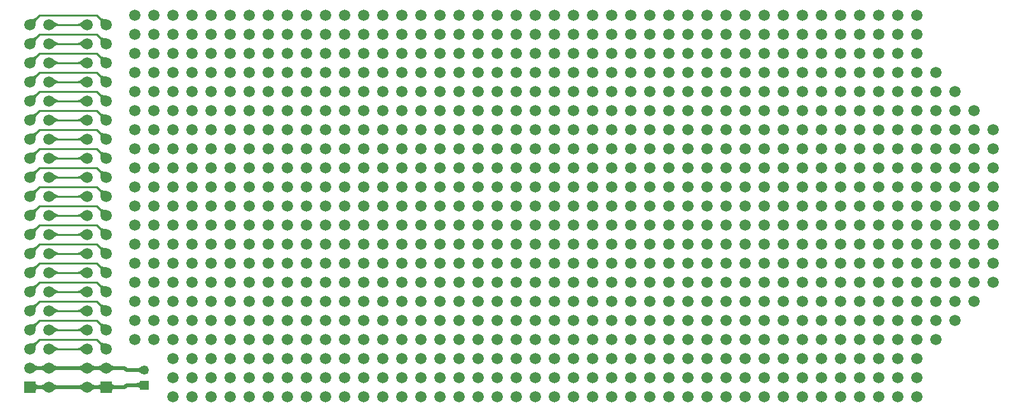
<source format=gtl>
G04*
G04 #@! TF.GenerationSoftware,Altium Limited,Altium Designer,21.9.1 (22)*
G04*
G04 Layer_Physical_Order=1*
G04 Layer_Color=255*
%FSLAX25Y25*%
%MOIN*%
G70*
G04*
G04 #@! TF.SameCoordinates,86BB2744-E3F5-4ECB-9631-A9D74316A694*
G04*
G04*
G04 #@! TF.FilePolarity,Positive*
G04*
G01*
G75*
%ADD12C,0.01000*%
%ADD20C,0.02000*%
%ADD21C,0.05906*%
%ADD22R,0.05906X0.05906*%
%ADD23C,0.04921*%
%ADD24R,0.04921X0.04921*%
G36*
X147204Y203525D02*
X147395Y203401D01*
X147615Y203292D01*
X147863Y203198D01*
X148142Y203119D01*
X148449Y203056D01*
X148785Y203007D01*
X149546Y202956D01*
X149970Y202953D01*
X147047Y200029D01*
X147044Y200454D01*
X146993Y201215D01*
X146944Y201551D01*
X146880Y201858D01*
X146802Y202136D01*
X146708Y202385D01*
X146599Y202605D01*
X146475Y202796D01*
X146336Y202957D01*
X147043Y203664D01*
X147204Y203525D01*
D02*
G37*
G36*
X113664Y202957D02*
X113525Y202796D01*
X113401Y202605D01*
X113292Y202385D01*
X113198Y202136D01*
X113119Y201858D01*
X113056Y201551D01*
X113007Y201215D01*
X112956Y200454D01*
X112953Y200029D01*
X110029Y202953D01*
X110454Y202956D01*
X111214Y203007D01*
X111551Y203056D01*
X111858Y203119D01*
X112136Y203198D01*
X112385Y203292D01*
X112605Y203401D01*
X112796Y203525D01*
X112957Y203664D01*
X113664Y202957D01*
D02*
G37*
G36*
X137891Y197933D02*
X137589Y198231D01*
X137015Y198732D01*
X136742Y198936D01*
X136480Y199108D01*
X136228Y199249D01*
X135985Y199359D01*
X135753Y199437D01*
X135531Y199484D01*
X135318Y199500D01*
Y200500D01*
X135531Y200516D01*
X135753Y200563D01*
X135985Y200641D01*
X136228Y200751D01*
X136480Y200892D01*
X136742Y201064D01*
X137015Y201268D01*
X137589Y201769D01*
X137891Y202067D01*
Y197933D01*
D02*
G37*
G36*
X122411Y201769D02*
X122985Y201268D01*
X123258Y201064D01*
X123520Y200892D01*
X123772Y200751D01*
X124015Y200641D01*
X124247Y200563D01*
X124469Y200516D01*
X124682Y200500D01*
Y199500D01*
X124469Y199484D01*
X124247Y199437D01*
X124015Y199359D01*
X123772Y199249D01*
X123520Y199108D01*
X123258Y198936D01*
X122985Y198732D01*
X122411Y198231D01*
X122109Y197933D01*
Y202067D01*
X122411Y201769D01*
D02*
G37*
G36*
X147204Y193525D02*
X147395Y193401D01*
X147615Y193292D01*
X147863Y193198D01*
X148142Y193120D01*
X148449Y193056D01*
X148785Y193007D01*
X149546Y192956D01*
X149970Y192953D01*
X147047Y190030D01*
X147044Y190454D01*
X146993Y191215D01*
X146944Y191551D01*
X146880Y191858D01*
X146802Y192137D01*
X146708Y192385D01*
X146599Y192605D01*
X146475Y192796D01*
X146336Y192957D01*
X147043Y193664D01*
X147204Y193525D01*
D02*
G37*
G36*
X113664Y192957D02*
X113525Y192796D01*
X113401Y192605D01*
X113292Y192385D01*
X113198Y192137D01*
X113119Y191858D01*
X113056Y191551D01*
X113007Y191215D01*
X112956Y190454D01*
X112953Y190030D01*
X110029Y192953D01*
X110454Y192956D01*
X111214Y193007D01*
X111551Y193056D01*
X111858Y193120D01*
X112136Y193198D01*
X112385Y193292D01*
X112605Y193401D01*
X112796Y193525D01*
X112957Y193664D01*
X113664Y192957D01*
D02*
G37*
G36*
X137891Y187933D02*
X137589Y188231D01*
X137015Y188732D01*
X136742Y188936D01*
X136480Y189108D01*
X136228Y189249D01*
X135985Y189359D01*
X135753Y189437D01*
X135531Y189484D01*
X135318Y189500D01*
Y190500D01*
X135531Y190516D01*
X135753Y190563D01*
X135985Y190641D01*
X136228Y190751D01*
X136480Y190892D01*
X136742Y191064D01*
X137015Y191268D01*
X137589Y191769D01*
X137891Y192067D01*
Y187933D01*
D02*
G37*
G36*
X122411Y191769D02*
X122985Y191268D01*
X123258Y191064D01*
X123520Y190892D01*
X123772Y190751D01*
X124015Y190641D01*
X124247Y190563D01*
X124469Y190516D01*
X124682Y190500D01*
Y189500D01*
X124469Y189484D01*
X124247Y189437D01*
X124015Y189359D01*
X123772Y189249D01*
X123520Y189108D01*
X123258Y188936D01*
X122985Y188732D01*
X122411Y188231D01*
X122109Y187933D01*
Y192067D01*
X122411Y191769D01*
D02*
G37*
G36*
X147204Y183525D02*
X147395Y183401D01*
X147615Y183292D01*
X147863Y183198D01*
X148142Y183119D01*
X148449Y183056D01*
X148785Y183007D01*
X149546Y182956D01*
X149970Y182953D01*
X147047Y180029D01*
X147044Y180454D01*
X146993Y181214D01*
X146944Y181551D01*
X146880Y181858D01*
X146802Y182136D01*
X146708Y182386D01*
X146599Y182605D01*
X146475Y182796D01*
X146336Y182957D01*
X147043Y183664D01*
X147204Y183525D01*
D02*
G37*
G36*
X113664Y182957D02*
X113525Y182796D01*
X113401Y182605D01*
X113292Y182386D01*
X113198Y182136D01*
X113119Y181858D01*
X113056Y181551D01*
X113007Y181214D01*
X112956Y180454D01*
X112953Y180029D01*
X110029Y182953D01*
X110454Y182956D01*
X111214Y183007D01*
X111551Y183056D01*
X111858Y183119D01*
X112136Y183198D01*
X112385Y183292D01*
X112605Y183401D01*
X112796Y183525D01*
X112957Y183664D01*
X113664Y182957D01*
D02*
G37*
G36*
X137891Y177933D02*
X137589Y178231D01*
X137015Y178732D01*
X136742Y178936D01*
X136480Y179108D01*
X136228Y179249D01*
X135985Y179359D01*
X135753Y179437D01*
X135531Y179484D01*
X135318Y179500D01*
Y180500D01*
X135531Y180516D01*
X135753Y180563D01*
X135985Y180641D01*
X136228Y180751D01*
X136480Y180892D01*
X136742Y181064D01*
X137015Y181268D01*
X137589Y181769D01*
X137891Y182067D01*
Y177933D01*
D02*
G37*
G36*
X122411Y181769D02*
X122985Y181268D01*
X123258Y181064D01*
X123520Y180892D01*
X123772Y180751D01*
X124015Y180641D01*
X124247Y180563D01*
X124469Y180516D01*
X124682Y180500D01*
Y179500D01*
X124469Y179484D01*
X124247Y179437D01*
X124015Y179359D01*
X123772Y179249D01*
X123520Y179108D01*
X123258Y178936D01*
X122985Y178732D01*
X122411Y178231D01*
X122109Y177933D01*
Y182067D01*
X122411Y181769D01*
D02*
G37*
G36*
X147204Y173525D02*
X147395Y173401D01*
X147615Y173292D01*
X147863Y173198D01*
X148142Y173119D01*
X148449Y173056D01*
X148785Y173007D01*
X149546Y172956D01*
X149970Y172953D01*
X147047Y170029D01*
X147044Y170454D01*
X146993Y171214D01*
X146944Y171551D01*
X146880Y171858D01*
X146802Y172136D01*
X146708Y172386D01*
X146599Y172605D01*
X146475Y172796D01*
X146336Y172957D01*
X147043Y173664D01*
X147204Y173525D01*
D02*
G37*
G36*
X113664Y172957D02*
X113525Y172796D01*
X113401Y172605D01*
X113292Y172386D01*
X113198Y172136D01*
X113119Y171858D01*
X113056Y171551D01*
X113007Y171214D01*
X112956Y170454D01*
X112953Y170029D01*
X110029Y172953D01*
X110454Y172956D01*
X111214Y173007D01*
X111551Y173056D01*
X111858Y173119D01*
X112136Y173198D01*
X112385Y173292D01*
X112605Y173401D01*
X112796Y173525D01*
X112957Y173664D01*
X113664Y172957D01*
D02*
G37*
G36*
X137891Y167933D02*
X137589Y168231D01*
X137015Y168732D01*
X136742Y168936D01*
X136480Y169108D01*
X136228Y169249D01*
X135985Y169359D01*
X135753Y169437D01*
X135531Y169484D01*
X135318Y169500D01*
Y170500D01*
X135531Y170516D01*
X135753Y170563D01*
X135985Y170641D01*
X136228Y170751D01*
X136480Y170892D01*
X136742Y171064D01*
X137015Y171268D01*
X137589Y171769D01*
X137891Y172067D01*
Y167933D01*
D02*
G37*
G36*
X122411Y171769D02*
X122985Y171268D01*
X123258Y171064D01*
X123520Y170892D01*
X123772Y170751D01*
X124015Y170641D01*
X124247Y170563D01*
X124469Y170516D01*
X124682Y170500D01*
Y169500D01*
X124469Y169484D01*
X124247Y169437D01*
X124015Y169359D01*
X123772Y169249D01*
X123520Y169108D01*
X123258Y168936D01*
X122985Y168732D01*
X122411Y168231D01*
X122109Y167933D01*
Y172067D01*
X122411Y171769D01*
D02*
G37*
G36*
X147204Y163525D02*
X147395Y163401D01*
X147615Y163292D01*
X147863Y163198D01*
X148142Y163119D01*
X148449Y163056D01*
X148785Y163007D01*
X149546Y162956D01*
X149970Y162953D01*
X147047Y160029D01*
X147044Y160454D01*
X146993Y161214D01*
X146944Y161551D01*
X146880Y161858D01*
X146802Y162136D01*
X146708Y162385D01*
X146599Y162605D01*
X146475Y162796D01*
X146336Y162957D01*
X147043Y163664D01*
X147204Y163525D01*
D02*
G37*
G36*
X113664Y162957D02*
X113525Y162796D01*
X113401Y162605D01*
X113292Y162385D01*
X113198Y162136D01*
X113119Y161858D01*
X113056Y161551D01*
X113007Y161214D01*
X112956Y160454D01*
X112953Y160029D01*
X110029Y162953D01*
X110454Y162956D01*
X111214Y163007D01*
X111551Y163056D01*
X111858Y163119D01*
X112136Y163198D01*
X112385Y163292D01*
X112605Y163401D01*
X112796Y163525D01*
X112957Y163664D01*
X113664Y162957D01*
D02*
G37*
G36*
X137891Y157933D02*
X137589Y158231D01*
X137015Y158732D01*
X136742Y158936D01*
X136480Y159108D01*
X136228Y159249D01*
X135985Y159359D01*
X135753Y159437D01*
X135531Y159484D01*
X135318Y159500D01*
Y160500D01*
X135531Y160516D01*
X135753Y160563D01*
X135985Y160641D01*
X136228Y160751D01*
X136480Y160892D01*
X136742Y161064D01*
X137015Y161268D01*
X137589Y161769D01*
X137891Y162067D01*
Y157933D01*
D02*
G37*
G36*
X122411Y161769D02*
X122985Y161268D01*
X123258Y161064D01*
X123520Y160892D01*
X123772Y160751D01*
X124015Y160641D01*
X124247Y160563D01*
X124469Y160516D01*
X124682Y160500D01*
Y159500D01*
X124469Y159484D01*
X124247Y159437D01*
X124015Y159359D01*
X123772Y159249D01*
X123520Y159108D01*
X123258Y158936D01*
X122985Y158732D01*
X122411Y158231D01*
X122109Y157933D01*
Y162067D01*
X122411Y161769D01*
D02*
G37*
G36*
X147204Y153525D02*
X147395Y153401D01*
X147615Y153292D01*
X147863Y153198D01*
X148142Y153120D01*
X148449Y153056D01*
X148785Y153007D01*
X149546Y152956D01*
X149970Y152953D01*
X147047Y150030D01*
X147044Y150454D01*
X146993Y151215D01*
X146944Y151551D01*
X146880Y151858D01*
X146802Y152137D01*
X146708Y152385D01*
X146599Y152605D01*
X146475Y152796D01*
X146336Y152957D01*
X147043Y153664D01*
X147204Y153525D01*
D02*
G37*
G36*
X113664Y152957D02*
X113525Y152796D01*
X113401Y152605D01*
X113292Y152385D01*
X113198Y152137D01*
X113119Y151858D01*
X113056Y151551D01*
X113007Y151215D01*
X112956Y150454D01*
X112953Y150030D01*
X110029Y152953D01*
X110454Y152956D01*
X111214Y153007D01*
X111551Y153056D01*
X111858Y153120D01*
X112136Y153198D01*
X112385Y153292D01*
X112605Y153401D01*
X112796Y153525D01*
X112957Y153664D01*
X113664Y152957D01*
D02*
G37*
G36*
X137891Y147933D02*
X137589Y148231D01*
X137015Y148732D01*
X136742Y148936D01*
X136480Y149108D01*
X136228Y149249D01*
X135985Y149359D01*
X135753Y149437D01*
X135531Y149484D01*
X135318Y149500D01*
Y150500D01*
X135531Y150516D01*
X135753Y150563D01*
X135985Y150641D01*
X136228Y150751D01*
X136480Y150892D01*
X136742Y151064D01*
X137015Y151268D01*
X137589Y151769D01*
X137891Y152067D01*
Y147933D01*
D02*
G37*
G36*
X122411Y151769D02*
X122985Y151268D01*
X123258Y151064D01*
X123520Y150892D01*
X123772Y150751D01*
X124015Y150641D01*
X124247Y150563D01*
X124469Y150516D01*
X124682Y150500D01*
Y149500D01*
X124469Y149484D01*
X124247Y149437D01*
X124015Y149359D01*
X123772Y149249D01*
X123520Y149108D01*
X123258Y148936D01*
X122985Y148732D01*
X122411Y148231D01*
X122109Y147933D01*
Y152067D01*
X122411Y151769D01*
D02*
G37*
G36*
X147204Y143525D02*
X147395Y143401D01*
X147615Y143292D01*
X147863Y143198D01*
X148142Y143120D01*
X148449Y143056D01*
X148785Y143007D01*
X149546Y142956D01*
X149970Y142953D01*
X147047Y140030D01*
X147044Y140454D01*
X146993Y141215D01*
X146944Y141551D01*
X146880Y141858D01*
X146802Y142137D01*
X146708Y142385D01*
X146599Y142605D01*
X146475Y142796D01*
X146336Y142957D01*
X147043Y143664D01*
X147204Y143525D01*
D02*
G37*
G36*
X113664Y142957D02*
X113525Y142796D01*
X113401Y142605D01*
X113292Y142385D01*
X113198Y142137D01*
X113119Y141858D01*
X113056Y141551D01*
X113007Y141215D01*
X112956Y140454D01*
X112953Y140030D01*
X110029Y142953D01*
X110454Y142956D01*
X111214Y143007D01*
X111551Y143056D01*
X111858Y143120D01*
X112136Y143198D01*
X112385Y143292D01*
X112605Y143401D01*
X112796Y143525D01*
X112957Y143664D01*
X113664Y142957D01*
D02*
G37*
G36*
X137891Y137933D02*
X137589Y138231D01*
X137015Y138732D01*
X136742Y138936D01*
X136480Y139108D01*
X136228Y139249D01*
X135985Y139359D01*
X135753Y139437D01*
X135531Y139484D01*
X135318Y139500D01*
Y140500D01*
X135531Y140516D01*
X135753Y140563D01*
X135985Y140641D01*
X136228Y140751D01*
X136480Y140892D01*
X136742Y141064D01*
X137015Y141268D01*
X137589Y141769D01*
X137891Y142067D01*
Y137933D01*
D02*
G37*
G36*
X122411Y141769D02*
X122985Y141268D01*
X123258Y141064D01*
X123520Y140892D01*
X123772Y140751D01*
X124015Y140641D01*
X124247Y140563D01*
X124469Y140516D01*
X124682Y140500D01*
Y139500D01*
X124469Y139484D01*
X124247Y139437D01*
X124015Y139359D01*
X123772Y139249D01*
X123520Y139108D01*
X123258Y138936D01*
X122985Y138732D01*
X122411Y138231D01*
X122109Y137933D01*
Y142067D01*
X122411Y141769D01*
D02*
G37*
G36*
X152321Y131864D02*
X152541Y131683D01*
X152768Y131523D01*
X153001Y131384D01*
X153242Y131267D01*
X153489Y131171D01*
X153744Y131096D01*
X154006Y131043D01*
X154274Y131011D01*
X154550Y131000D01*
Y129000D01*
X154274Y128989D01*
X154006Y128957D01*
X153744Y128904D01*
X153489Y128829D01*
X153242Y128733D01*
X153001Y128616D01*
X152768Y128477D01*
X152541Y128317D01*
X152321Y128136D01*
X152109Y127933D01*
Y132067D01*
X152321Y131864D01*
D02*
G37*
G36*
X147891Y127933D02*
X147679Y128136D01*
X147459Y128317D01*
X147232Y128477D01*
X146999Y128616D01*
X146758Y128733D01*
X146511Y128829D01*
X146256Y128904D01*
X145994Y128957D01*
X145726Y128989D01*
X145450Y129000D01*
Y131000D01*
X145726Y131011D01*
X145994Y131043D01*
X146256Y131096D01*
X146511Y131171D01*
X146758Y131267D01*
X146999Y131384D01*
X147232Y131523D01*
X147459Y131683D01*
X147679Y131864D01*
X147891Y132067D01*
Y127933D01*
D02*
G37*
G36*
X142321Y131864D02*
X142541Y131683D01*
X142768Y131523D01*
X143001Y131384D01*
X143242Y131267D01*
X143490Y131171D01*
X143744Y131096D01*
X144006Y131043D01*
X144274Y131011D01*
X144550Y131000D01*
Y129000D01*
X144274Y128989D01*
X144006Y128957D01*
X143744Y128904D01*
X143490Y128829D01*
X143242Y128733D01*
X143001Y128616D01*
X142768Y128477D01*
X142541Y128317D01*
X142321Y128136D01*
X142109Y127933D01*
Y132067D01*
X142321Y131864D01*
D02*
G37*
G36*
X137891Y127933D02*
X137679Y128136D01*
X137459Y128317D01*
X137232Y128477D01*
X136999Y128616D01*
X136758Y128733D01*
X136511Y128829D01*
X136256Y128904D01*
X135994Y128957D01*
X135726Y128989D01*
X135450Y129000D01*
Y131000D01*
X135726Y131011D01*
X135994Y131043D01*
X136256Y131096D01*
X136511Y131171D01*
X136758Y131267D01*
X136999Y131384D01*
X137232Y131523D01*
X137459Y131683D01*
X137679Y131864D01*
X137891Y132067D01*
Y127933D01*
D02*
G37*
G36*
X122321Y131864D02*
X122541Y131683D01*
X122768Y131523D01*
X123001Y131384D01*
X123242Y131267D01*
X123489Y131171D01*
X123744Y131096D01*
X124006Y131043D01*
X124274Y131011D01*
X124550Y131000D01*
Y129000D01*
X124274Y128989D01*
X124006Y128957D01*
X123744Y128904D01*
X123489Y128829D01*
X123242Y128733D01*
X123001Y128616D01*
X122768Y128477D01*
X122541Y128317D01*
X122321Y128136D01*
X122109Y127933D01*
Y132067D01*
X122321Y131864D01*
D02*
G37*
G36*
X117891Y127933D02*
X117679Y128136D01*
X117459Y128317D01*
X117232Y128477D01*
X116999Y128616D01*
X116758Y128733D01*
X116510Y128829D01*
X116256Y128904D01*
X115994Y128957D01*
X115726Y128989D01*
X115450Y129000D01*
Y131000D01*
X115726Y131011D01*
X115994Y131043D01*
X116256Y131096D01*
X116510Y131171D01*
X116758Y131267D01*
X116999Y131384D01*
X117232Y131523D01*
X117459Y131683D01*
X117679Y131864D01*
X117891Y132067D01*
Y127933D01*
D02*
G37*
G36*
X112321Y131864D02*
X112541Y131683D01*
X112768Y131523D01*
X113001Y131384D01*
X113242Y131267D01*
X113489Y131171D01*
X113744Y131096D01*
X114006Y131043D01*
X114274Y131011D01*
X114550Y131000D01*
Y129000D01*
X114274Y128989D01*
X114006Y128957D01*
X113744Y128904D01*
X113489Y128829D01*
X113242Y128733D01*
X113001Y128616D01*
X112768Y128477D01*
X112541Y128317D01*
X112321Y128136D01*
X112109Y127933D01*
Y132067D01*
X112321Y131864D01*
D02*
G37*
G36*
X168243Y127215D02*
X168096Y127352D01*
X167938Y127475D01*
X167768Y127583D01*
X167588Y127677D01*
X167397Y127756D01*
X167195Y127821D01*
X166981Y127872D01*
X166757Y127908D01*
X166522Y127930D01*
X166275Y127937D01*
Y129937D01*
X166522Y129944D01*
X166757Y129966D01*
X166981Y130002D01*
X167195Y130053D01*
X167397Y130118D01*
X167588Y130197D01*
X167768Y130291D01*
X167938Y130399D01*
X168096Y130522D01*
X168243Y130659D01*
Y127215D01*
D02*
G37*
G36*
X167563Y119063D02*
X167543Y119253D01*
X167483Y119423D01*
X167382Y119573D01*
X167241Y119703D01*
X167060Y119813D01*
X166839Y119903D01*
X166577Y119973D01*
X166276Y120023D01*
X165934Y120053D01*
X165551Y120063D01*
Y122063D01*
X165934Y122073D01*
X166276Y122103D01*
X166577Y122153D01*
X166839Y122223D01*
X167060Y122313D01*
X167241Y122423D01*
X167382Y122553D01*
X167483Y122703D01*
X167543Y122873D01*
X167563Y123063D01*
Y119063D01*
D02*
G37*
G36*
X152949Y121810D02*
X153009Y121640D01*
X153110Y121490D01*
X153251Y121360D01*
X153432Y121250D01*
X153653Y121160D01*
X153915Y121090D01*
X154216Y121040D01*
X154559Y121010D01*
X154941Y121000D01*
Y119000D01*
X154559Y118990D01*
X154216Y118960D01*
X153915Y118910D01*
X153653Y118840D01*
X153432Y118750D01*
X153251Y118640D01*
X153110Y118510D01*
X153009Y118360D01*
X152949Y118190D01*
X152929Y118000D01*
Y122000D01*
X152949Y121810D01*
D02*
G37*
G36*
X147071Y118000D02*
X147051Y118190D01*
X146991Y118360D01*
X146890Y118510D01*
X146749Y118640D01*
X146568Y118750D01*
X146347Y118840D01*
X146085Y118910D01*
X145784Y118960D01*
X145441Y118990D01*
X145059Y119000D01*
Y121000D01*
X145441Y121010D01*
X145784Y121040D01*
X146085Y121090D01*
X146347Y121160D01*
X146568Y121250D01*
X146749Y121360D01*
X146890Y121490D01*
X146991Y121640D01*
X147051Y121810D01*
X147071Y122000D01*
Y118000D01*
D02*
G37*
G36*
X112949Y121810D02*
X113009Y121640D01*
X113110Y121490D01*
X113251Y121360D01*
X113432Y121250D01*
X113653Y121160D01*
X113915Y121090D01*
X114216Y121040D01*
X114558Y121010D01*
X114941Y121000D01*
Y119000D01*
X114558Y118990D01*
X114216Y118960D01*
X113915Y118910D01*
X113653Y118840D01*
X113432Y118750D01*
X113251Y118640D01*
X113110Y118510D01*
X113009Y118360D01*
X112949Y118190D01*
X112929Y118000D01*
Y122000D01*
X112949Y121810D01*
D02*
G37*
G36*
X142321Y121864D02*
X142541Y121683D01*
X142768Y121523D01*
X143001Y121384D01*
X143242Y121267D01*
X143490Y121171D01*
X143744Y121096D01*
X144006Y121043D01*
X144274Y121011D01*
X144550Y121000D01*
Y119000D01*
X144274Y118989D01*
X144006Y118957D01*
X143744Y118904D01*
X143490Y118829D01*
X143242Y118733D01*
X143001Y118616D01*
X142768Y118477D01*
X142541Y118317D01*
X142321Y118136D01*
X142109Y117933D01*
Y122067D01*
X142321Y121864D01*
D02*
G37*
G36*
X137891Y117933D02*
X137679Y118136D01*
X137459Y118317D01*
X137232Y118477D01*
X136999Y118616D01*
X136758Y118733D01*
X136511Y118829D01*
X136256Y118904D01*
X135994Y118957D01*
X135726Y118989D01*
X135450Y119000D01*
Y121000D01*
X135726Y121011D01*
X135994Y121043D01*
X136256Y121096D01*
X136511Y121171D01*
X136758Y121267D01*
X136999Y121384D01*
X137232Y121523D01*
X137459Y121683D01*
X137679Y121864D01*
X137891Y122067D01*
Y117933D01*
D02*
G37*
G36*
X122321Y121864D02*
X122541Y121683D01*
X122768Y121523D01*
X123001Y121384D01*
X123242Y121267D01*
X123489Y121171D01*
X123744Y121096D01*
X124006Y121043D01*
X124274Y121011D01*
X124550Y121000D01*
Y119000D01*
X124274Y118989D01*
X124006Y118957D01*
X123744Y118904D01*
X123489Y118829D01*
X123242Y118733D01*
X123001Y118616D01*
X122768Y118477D01*
X122541Y118317D01*
X122321Y118136D01*
X122109Y117933D01*
Y122067D01*
X122321Y121864D01*
D02*
G37*
G36*
X117891Y117933D02*
X117679Y118136D01*
X117459Y118317D01*
X117232Y118477D01*
X116999Y118616D01*
X116758Y118733D01*
X116510Y118829D01*
X116256Y118904D01*
X115994Y118957D01*
X115726Y118989D01*
X115450Y119000D01*
Y121000D01*
X115726Y121011D01*
X115994Y121043D01*
X116256Y121096D01*
X116510Y121171D01*
X116758Y121267D01*
X116999Y121384D01*
X117232Y121523D01*
X117459Y121683D01*
X117679Y121864D01*
X117891Y122067D01*
Y117933D01*
D02*
G37*
G36*
X147204Y313525D02*
X147395Y313401D01*
X147615Y313292D01*
X147863Y313198D01*
X148142Y313120D01*
X148449Y313056D01*
X148785Y313007D01*
X149546Y312956D01*
X149970Y312953D01*
X147047Y310030D01*
X147044Y310454D01*
X146993Y311214D01*
X146944Y311551D01*
X146880Y311858D01*
X146802Y312137D01*
X146708Y312386D01*
X146599Y312605D01*
X146475Y312796D01*
X146336Y312957D01*
X147043Y313664D01*
X147204Y313525D01*
D02*
G37*
G36*
X113664Y312957D02*
X113525Y312796D01*
X113401Y312605D01*
X113292Y312386D01*
X113198Y312137D01*
X113119Y311858D01*
X113056Y311551D01*
X113007Y311214D01*
X112956Y310454D01*
X112953Y310030D01*
X110029Y312953D01*
X110454Y312956D01*
X111214Y313007D01*
X111551Y313056D01*
X111858Y313120D01*
X112136Y313198D01*
X112385Y313292D01*
X112605Y313401D01*
X112796Y313525D01*
X112957Y313664D01*
X113664Y312957D01*
D02*
G37*
G36*
X137891Y307933D02*
X137589Y308231D01*
X137015Y308732D01*
X136742Y308936D01*
X136480Y309108D01*
X136228Y309249D01*
X135985Y309359D01*
X135753Y309437D01*
X135531Y309484D01*
X135318Y309500D01*
Y310500D01*
X135531Y310516D01*
X135753Y310563D01*
X135985Y310641D01*
X136228Y310751D01*
X136480Y310892D01*
X136742Y311064D01*
X137015Y311268D01*
X137589Y311769D01*
X137891Y312067D01*
Y307933D01*
D02*
G37*
G36*
X122411Y311769D02*
X122985Y311268D01*
X123258Y311064D01*
X123520Y310892D01*
X123772Y310751D01*
X124015Y310641D01*
X124247Y310563D01*
X124469Y310516D01*
X124682Y310500D01*
Y309500D01*
X124469Y309484D01*
X124247Y309437D01*
X124015Y309359D01*
X123772Y309249D01*
X123520Y309108D01*
X123258Y308936D01*
X122985Y308732D01*
X122411Y308231D01*
X122109Y307933D01*
Y312067D01*
X122411Y311769D01*
D02*
G37*
G36*
X147204Y303525D02*
X147395Y303401D01*
X147615Y303292D01*
X147863Y303198D01*
X148142Y303119D01*
X148449Y303056D01*
X148785Y303007D01*
X149546Y302956D01*
X149970Y302953D01*
X147047Y300029D01*
X147044Y300454D01*
X146993Y301215D01*
X146944Y301551D01*
X146880Y301858D01*
X146802Y302136D01*
X146708Y302385D01*
X146599Y302605D01*
X146475Y302796D01*
X146336Y302957D01*
X147043Y303664D01*
X147204Y303525D01*
D02*
G37*
G36*
X113664Y302957D02*
X113525Y302796D01*
X113401Y302605D01*
X113292Y302385D01*
X113198Y302136D01*
X113119Y301858D01*
X113056Y301551D01*
X113007Y301215D01*
X112956Y300454D01*
X112953Y300029D01*
X110029Y302953D01*
X110454Y302956D01*
X111214Y303007D01*
X111551Y303056D01*
X111858Y303119D01*
X112136Y303198D01*
X112385Y303292D01*
X112605Y303401D01*
X112796Y303525D01*
X112957Y303664D01*
X113664Y302957D01*
D02*
G37*
G36*
X137891Y297933D02*
X137589Y298231D01*
X137015Y298732D01*
X136742Y298936D01*
X136480Y299108D01*
X136228Y299249D01*
X135985Y299359D01*
X135753Y299437D01*
X135531Y299484D01*
X135318Y299500D01*
Y300500D01*
X135531Y300516D01*
X135753Y300563D01*
X135985Y300641D01*
X136228Y300751D01*
X136480Y300892D01*
X136742Y301064D01*
X137015Y301268D01*
X137589Y301769D01*
X137891Y302067D01*
Y297933D01*
D02*
G37*
G36*
X122411Y301769D02*
X122985Y301268D01*
X123258Y301064D01*
X123520Y300892D01*
X123772Y300751D01*
X124015Y300641D01*
X124247Y300563D01*
X124469Y300516D01*
X124682Y300500D01*
Y299500D01*
X124469Y299484D01*
X124247Y299437D01*
X124015Y299359D01*
X123772Y299249D01*
X123520Y299108D01*
X123258Y298936D01*
X122985Y298732D01*
X122411Y298231D01*
X122109Y297933D01*
Y302067D01*
X122411Y301769D01*
D02*
G37*
G36*
X147204Y293525D02*
X147395Y293401D01*
X147615Y293292D01*
X147863Y293198D01*
X148142Y293120D01*
X148449Y293056D01*
X148785Y293007D01*
X149546Y292956D01*
X149970Y292953D01*
X147047Y290030D01*
X147044Y290454D01*
X146993Y291214D01*
X146944Y291551D01*
X146880Y291858D01*
X146802Y292137D01*
X146708Y292386D01*
X146599Y292605D01*
X146475Y292796D01*
X146336Y292957D01*
X147043Y293664D01*
X147204Y293525D01*
D02*
G37*
G36*
X113664Y292957D02*
X113525Y292796D01*
X113401Y292605D01*
X113292Y292386D01*
X113198Y292137D01*
X113119Y291858D01*
X113056Y291551D01*
X113007Y291214D01*
X112956Y290454D01*
X112953Y290030D01*
X110029Y292953D01*
X110454Y292956D01*
X111214Y293007D01*
X111551Y293056D01*
X111858Y293120D01*
X112136Y293198D01*
X112385Y293292D01*
X112605Y293401D01*
X112796Y293525D01*
X112957Y293664D01*
X113664Y292957D01*
D02*
G37*
G36*
X137891Y287933D02*
X137589Y288231D01*
X137015Y288732D01*
X136742Y288936D01*
X136480Y289108D01*
X136228Y289249D01*
X135985Y289359D01*
X135753Y289437D01*
X135531Y289484D01*
X135318Y289500D01*
Y290500D01*
X135531Y290516D01*
X135753Y290563D01*
X135985Y290641D01*
X136228Y290751D01*
X136480Y290892D01*
X136742Y291064D01*
X137015Y291268D01*
X137589Y291769D01*
X137891Y292067D01*
Y287933D01*
D02*
G37*
G36*
X122411Y291769D02*
X122985Y291268D01*
X123258Y291064D01*
X123520Y290892D01*
X123772Y290751D01*
X124015Y290641D01*
X124247Y290563D01*
X124469Y290516D01*
X124682Y290500D01*
Y289500D01*
X124469Y289484D01*
X124247Y289437D01*
X124015Y289359D01*
X123772Y289249D01*
X123520Y289108D01*
X123258Y288936D01*
X122985Y288732D01*
X122411Y288231D01*
X122109Y287933D01*
Y292067D01*
X122411Y291769D01*
D02*
G37*
G36*
X147204Y283525D02*
X147395Y283401D01*
X147615Y283292D01*
X147863Y283198D01*
X148142Y283120D01*
X148449Y283056D01*
X148785Y283007D01*
X149546Y282956D01*
X149970Y282953D01*
X147047Y280030D01*
X147044Y280454D01*
X146993Y281214D01*
X146944Y281551D01*
X146880Y281858D01*
X146802Y282137D01*
X146708Y282385D01*
X146599Y282605D01*
X146475Y282796D01*
X146336Y282957D01*
X147043Y283664D01*
X147204Y283525D01*
D02*
G37*
G36*
X113664Y282957D02*
X113525Y282796D01*
X113401Y282605D01*
X113292Y282385D01*
X113198Y282137D01*
X113119Y281858D01*
X113056Y281551D01*
X113007Y281214D01*
X112956Y280454D01*
X112953Y280030D01*
X110029Y282953D01*
X110454Y282956D01*
X111214Y283007D01*
X111551Y283056D01*
X111858Y283120D01*
X112136Y283198D01*
X112385Y283292D01*
X112605Y283401D01*
X112796Y283525D01*
X112957Y283664D01*
X113664Y282957D01*
D02*
G37*
G36*
X137891Y277933D02*
X137589Y278231D01*
X137015Y278732D01*
X136742Y278936D01*
X136480Y279108D01*
X136228Y279249D01*
X135985Y279359D01*
X135753Y279437D01*
X135531Y279484D01*
X135318Y279500D01*
Y280500D01*
X135531Y280516D01*
X135753Y280563D01*
X135985Y280641D01*
X136228Y280751D01*
X136480Y280892D01*
X136742Y281064D01*
X137015Y281268D01*
X137589Y281769D01*
X137891Y282067D01*
Y277933D01*
D02*
G37*
G36*
X122411Y281769D02*
X122985Y281268D01*
X123258Y281064D01*
X123520Y280892D01*
X123772Y280751D01*
X124015Y280641D01*
X124247Y280563D01*
X124469Y280516D01*
X124682Y280500D01*
Y279500D01*
X124469Y279484D01*
X124247Y279437D01*
X124015Y279359D01*
X123772Y279249D01*
X123520Y279108D01*
X123258Y278936D01*
X122985Y278732D01*
X122411Y278231D01*
X122109Y277933D01*
Y282067D01*
X122411Y281769D01*
D02*
G37*
G36*
X147204Y273525D02*
X147395Y273401D01*
X147615Y273292D01*
X147863Y273198D01*
X148142Y273119D01*
X148449Y273056D01*
X148785Y273007D01*
X149546Y272956D01*
X149970Y272953D01*
X147047Y270029D01*
X147044Y270454D01*
X146993Y271215D01*
X146944Y271551D01*
X146880Y271858D01*
X146802Y272136D01*
X146708Y272386D01*
X146599Y272605D01*
X146475Y272796D01*
X146336Y272957D01*
X147043Y273664D01*
X147204Y273525D01*
D02*
G37*
G36*
X113664Y272957D02*
X113525Y272796D01*
X113401Y272605D01*
X113292Y272386D01*
X113198Y272136D01*
X113119Y271858D01*
X113056Y271551D01*
X113007Y271215D01*
X112956Y270454D01*
X112953Y270029D01*
X110029Y272953D01*
X110454Y272956D01*
X111214Y273007D01*
X111551Y273056D01*
X111858Y273119D01*
X112136Y273198D01*
X112385Y273292D01*
X112605Y273401D01*
X112796Y273525D01*
X112957Y273664D01*
X113664Y272957D01*
D02*
G37*
G36*
X137891Y267933D02*
X137589Y268231D01*
X137015Y268732D01*
X136742Y268936D01*
X136480Y269108D01*
X136228Y269249D01*
X135985Y269359D01*
X135753Y269437D01*
X135531Y269484D01*
X135318Y269500D01*
Y270500D01*
X135531Y270516D01*
X135753Y270563D01*
X135985Y270641D01*
X136228Y270751D01*
X136480Y270892D01*
X136742Y271064D01*
X137015Y271268D01*
X137589Y271769D01*
X137891Y272067D01*
Y267933D01*
D02*
G37*
G36*
X122411Y271769D02*
X122985Y271268D01*
X123258Y271064D01*
X123520Y270892D01*
X123772Y270751D01*
X124015Y270641D01*
X124247Y270563D01*
X124469Y270516D01*
X124682Y270500D01*
Y269500D01*
X124469Y269484D01*
X124247Y269437D01*
X124015Y269359D01*
X123772Y269249D01*
X123520Y269108D01*
X123258Y268936D01*
X122985Y268732D01*
X122411Y268231D01*
X122109Y267933D01*
Y272067D01*
X122411Y271769D01*
D02*
G37*
G36*
X147204Y263525D02*
X147395Y263401D01*
X147615Y263292D01*
X147863Y263198D01*
X148142Y263120D01*
X148449Y263056D01*
X148785Y263007D01*
X149546Y262956D01*
X149970Y262953D01*
X147047Y260030D01*
X147044Y260454D01*
X146993Y261214D01*
X146944Y261551D01*
X146880Y261858D01*
X146802Y262137D01*
X146708Y262386D01*
X146599Y262605D01*
X146475Y262796D01*
X146336Y262957D01*
X147043Y263664D01*
X147204Y263525D01*
D02*
G37*
G36*
X113664Y262957D02*
X113525Y262796D01*
X113401Y262605D01*
X113292Y262386D01*
X113198Y262137D01*
X113119Y261858D01*
X113056Y261551D01*
X113007Y261214D01*
X112956Y260454D01*
X112953Y260030D01*
X110029Y262953D01*
X110454Y262956D01*
X111214Y263007D01*
X111551Y263056D01*
X111858Y263120D01*
X112136Y263198D01*
X112385Y263292D01*
X112605Y263401D01*
X112796Y263525D01*
X112957Y263664D01*
X113664Y262957D01*
D02*
G37*
G36*
X137891Y257933D02*
X137589Y258231D01*
X137015Y258732D01*
X136742Y258936D01*
X136480Y259108D01*
X136228Y259249D01*
X135985Y259359D01*
X135753Y259437D01*
X135531Y259484D01*
X135318Y259500D01*
Y260500D01*
X135531Y260516D01*
X135753Y260563D01*
X135985Y260641D01*
X136228Y260751D01*
X136480Y260892D01*
X136742Y261064D01*
X137015Y261268D01*
X137589Y261769D01*
X137891Y262067D01*
Y257933D01*
D02*
G37*
G36*
X122411Y261769D02*
X122985Y261268D01*
X123258Y261064D01*
X123520Y260892D01*
X123772Y260751D01*
X124015Y260641D01*
X124247Y260563D01*
X124469Y260516D01*
X124682Y260500D01*
Y259500D01*
X124469Y259484D01*
X124247Y259437D01*
X124015Y259359D01*
X123772Y259249D01*
X123520Y259108D01*
X123258Y258936D01*
X122985Y258732D01*
X122411Y258231D01*
X122109Y257933D01*
Y262067D01*
X122411Y261769D01*
D02*
G37*
G36*
X147204Y253525D02*
X147395Y253401D01*
X147615Y253292D01*
X147863Y253198D01*
X148142Y253119D01*
X148449Y253056D01*
X148785Y253007D01*
X149546Y252956D01*
X149970Y252953D01*
X147047Y250029D01*
X147044Y250454D01*
X146993Y251215D01*
X146944Y251551D01*
X146880Y251858D01*
X146802Y252136D01*
X146708Y252385D01*
X146599Y252605D01*
X146475Y252796D01*
X146336Y252957D01*
X147043Y253664D01*
X147204Y253525D01*
D02*
G37*
G36*
X113664Y252957D02*
X113525Y252796D01*
X113401Y252605D01*
X113292Y252385D01*
X113198Y252136D01*
X113119Y251858D01*
X113056Y251551D01*
X113007Y251215D01*
X112956Y250454D01*
X112953Y250029D01*
X110029Y252953D01*
X110454Y252956D01*
X111214Y253007D01*
X111551Y253056D01*
X111858Y253119D01*
X112136Y253198D01*
X112385Y253292D01*
X112605Y253401D01*
X112796Y253525D01*
X112957Y253664D01*
X113664Y252957D01*
D02*
G37*
G36*
X137891Y247933D02*
X137589Y248231D01*
X137015Y248732D01*
X136742Y248936D01*
X136480Y249108D01*
X136228Y249249D01*
X135985Y249359D01*
X135753Y249437D01*
X135531Y249484D01*
X135318Y249500D01*
Y250500D01*
X135531Y250516D01*
X135753Y250563D01*
X135985Y250641D01*
X136228Y250751D01*
X136480Y250892D01*
X136742Y251064D01*
X137015Y251268D01*
X137589Y251769D01*
X137891Y252067D01*
Y247933D01*
D02*
G37*
G36*
X122411Y251769D02*
X122985Y251268D01*
X123258Y251064D01*
X123520Y250892D01*
X123772Y250751D01*
X124015Y250641D01*
X124247Y250563D01*
X124469Y250516D01*
X124682Y250500D01*
Y249500D01*
X124469Y249484D01*
X124247Y249437D01*
X124015Y249359D01*
X123772Y249249D01*
X123520Y249108D01*
X123258Y248936D01*
X122985Y248732D01*
X122411Y248231D01*
X122109Y247933D01*
Y252067D01*
X122411Y251769D01*
D02*
G37*
G36*
X147204Y243525D02*
X147395Y243401D01*
X147615Y243292D01*
X147863Y243198D01*
X148142Y243120D01*
X148449Y243056D01*
X148785Y243007D01*
X149546Y242956D01*
X149970Y242953D01*
X147047Y240030D01*
X147044Y240454D01*
X146993Y241214D01*
X146944Y241551D01*
X146880Y241858D01*
X146802Y242137D01*
X146708Y242386D01*
X146599Y242605D01*
X146475Y242796D01*
X146336Y242957D01*
X147043Y243664D01*
X147204Y243525D01*
D02*
G37*
G36*
X113664Y242957D02*
X113525Y242796D01*
X113401Y242605D01*
X113292Y242386D01*
X113198Y242137D01*
X113119Y241858D01*
X113056Y241551D01*
X113007Y241214D01*
X112956Y240454D01*
X112953Y240030D01*
X110029Y242953D01*
X110454Y242956D01*
X111214Y243007D01*
X111551Y243056D01*
X111858Y243120D01*
X112136Y243198D01*
X112385Y243292D01*
X112605Y243401D01*
X112796Y243525D01*
X112957Y243664D01*
X113664Y242957D01*
D02*
G37*
G36*
X137891Y237933D02*
X137589Y238231D01*
X137015Y238732D01*
X136742Y238936D01*
X136480Y239108D01*
X136228Y239249D01*
X135985Y239359D01*
X135753Y239437D01*
X135531Y239484D01*
X135318Y239500D01*
Y240500D01*
X135531Y240516D01*
X135753Y240563D01*
X135985Y240641D01*
X136228Y240751D01*
X136480Y240892D01*
X136742Y241064D01*
X137015Y241268D01*
X137589Y241769D01*
X137891Y242067D01*
Y237933D01*
D02*
G37*
G36*
X122411Y241769D02*
X122985Y241268D01*
X123258Y241064D01*
X123520Y240892D01*
X123772Y240751D01*
X124015Y240641D01*
X124247Y240563D01*
X124469Y240516D01*
X124682Y240500D01*
Y239500D01*
X124469Y239484D01*
X124247Y239437D01*
X124015Y239359D01*
X123772Y239249D01*
X123520Y239108D01*
X123258Y238936D01*
X122985Y238732D01*
X122411Y238231D01*
X122109Y237933D01*
Y242067D01*
X122411Y241769D01*
D02*
G37*
G36*
X147204Y233525D02*
X147395Y233401D01*
X147615Y233292D01*
X147863Y233198D01*
X148142Y233120D01*
X148449Y233056D01*
X148785Y233007D01*
X149546Y232956D01*
X149970Y232953D01*
X147047Y230030D01*
X147044Y230454D01*
X146993Y231214D01*
X146944Y231551D01*
X146880Y231858D01*
X146802Y232137D01*
X146708Y232385D01*
X146599Y232605D01*
X146475Y232796D01*
X146336Y232957D01*
X147043Y233664D01*
X147204Y233525D01*
D02*
G37*
G36*
X113664Y232957D02*
X113525Y232796D01*
X113401Y232605D01*
X113292Y232385D01*
X113198Y232137D01*
X113119Y231858D01*
X113056Y231551D01*
X113007Y231214D01*
X112956Y230454D01*
X112953Y230030D01*
X110029Y232953D01*
X110454Y232956D01*
X111214Y233007D01*
X111551Y233056D01*
X111858Y233120D01*
X112136Y233198D01*
X112385Y233292D01*
X112605Y233401D01*
X112796Y233525D01*
X112957Y233664D01*
X113664Y232957D01*
D02*
G37*
G36*
X137891Y227933D02*
X137589Y228231D01*
X137015Y228732D01*
X136742Y228936D01*
X136480Y229108D01*
X136228Y229249D01*
X135985Y229359D01*
X135753Y229437D01*
X135531Y229484D01*
X135318Y229500D01*
Y230500D01*
X135531Y230516D01*
X135753Y230563D01*
X135985Y230641D01*
X136228Y230751D01*
X136480Y230892D01*
X136742Y231064D01*
X137015Y231268D01*
X137589Y231769D01*
X137891Y232067D01*
Y227933D01*
D02*
G37*
G36*
X122411Y231769D02*
X122985Y231268D01*
X123258Y231064D01*
X123520Y230892D01*
X123772Y230751D01*
X124015Y230641D01*
X124247Y230563D01*
X124469Y230516D01*
X124682Y230500D01*
Y229500D01*
X124469Y229484D01*
X124247Y229437D01*
X124015Y229359D01*
X123772Y229249D01*
X123520Y229108D01*
X123258Y228936D01*
X122985Y228732D01*
X122411Y228231D01*
X122109Y227933D01*
Y232067D01*
X122411Y231769D01*
D02*
G37*
G36*
X147204Y223525D02*
X147395Y223401D01*
X147615Y223292D01*
X147863Y223198D01*
X148142Y223119D01*
X148449Y223056D01*
X148785Y223007D01*
X149546Y222956D01*
X149970Y222953D01*
X147047Y220029D01*
X147044Y220454D01*
X146993Y221215D01*
X146944Y221551D01*
X146880Y221858D01*
X146802Y222136D01*
X146708Y222386D01*
X146599Y222605D01*
X146475Y222796D01*
X146336Y222957D01*
X147043Y223664D01*
X147204Y223525D01*
D02*
G37*
G36*
X113664Y222957D02*
X113525Y222796D01*
X113401Y222605D01*
X113292Y222386D01*
X113198Y222136D01*
X113119Y221858D01*
X113056Y221551D01*
X113007Y221215D01*
X112956Y220454D01*
X112953Y220029D01*
X110029Y222953D01*
X110454Y222956D01*
X111214Y223007D01*
X111551Y223056D01*
X111858Y223119D01*
X112136Y223198D01*
X112385Y223292D01*
X112605Y223401D01*
X112796Y223525D01*
X112957Y223664D01*
X113664Y222957D01*
D02*
G37*
G36*
X137891Y217933D02*
X137589Y218231D01*
X137015Y218732D01*
X136742Y218936D01*
X136480Y219108D01*
X136228Y219249D01*
X135985Y219359D01*
X135753Y219437D01*
X135531Y219484D01*
X135318Y219500D01*
Y220500D01*
X135531Y220516D01*
X135753Y220563D01*
X135985Y220641D01*
X136228Y220751D01*
X136480Y220892D01*
X136742Y221064D01*
X137015Y221268D01*
X137589Y221769D01*
X137891Y222067D01*
Y217933D01*
D02*
G37*
G36*
X122411Y221769D02*
X122985Y221268D01*
X123258Y221064D01*
X123520Y220892D01*
X123772Y220751D01*
X124015Y220641D01*
X124247Y220563D01*
X124469Y220516D01*
X124682Y220500D01*
Y219500D01*
X124469Y219484D01*
X124247Y219437D01*
X124015Y219359D01*
X123772Y219249D01*
X123520Y219108D01*
X123258Y218936D01*
X122985Y218732D01*
X122411Y218231D01*
X122109Y217933D01*
Y222067D01*
X122411Y221769D01*
D02*
G37*
G36*
X147204Y213525D02*
X147395Y213401D01*
X147615Y213292D01*
X147863Y213198D01*
X148142Y213120D01*
X148449Y213056D01*
X148785Y213007D01*
X149546Y212956D01*
X149970Y212953D01*
X147047Y210030D01*
X147044Y210454D01*
X146993Y211214D01*
X146944Y211551D01*
X146880Y211858D01*
X146802Y212137D01*
X146708Y212386D01*
X146599Y212605D01*
X146475Y212796D01*
X146336Y212957D01*
X147043Y213664D01*
X147204Y213525D01*
D02*
G37*
G36*
X113664Y212957D02*
X113525Y212796D01*
X113401Y212605D01*
X113292Y212386D01*
X113198Y212137D01*
X113119Y211858D01*
X113056Y211551D01*
X113007Y211214D01*
X112956Y210454D01*
X112953Y210030D01*
X110029Y212953D01*
X110454Y212956D01*
X111214Y213007D01*
X111551Y213056D01*
X111858Y213120D01*
X112136Y213198D01*
X112385Y213292D01*
X112605Y213401D01*
X112796Y213525D01*
X112957Y213664D01*
X113664Y212957D01*
D02*
G37*
G36*
X137891Y207933D02*
X137589Y208231D01*
X137015Y208732D01*
X136742Y208936D01*
X136480Y209108D01*
X136228Y209249D01*
X135985Y209359D01*
X135753Y209437D01*
X135531Y209484D01*
X135318Y209500D01*
Y210500D01*
X135531Y210516D01*
X135753Y210563D01*
X135985Y210641D01*
X136228Y210751D01*
X136480Y210892D01*
X136742Y211064D01*
X137015Y211268D01*
X137589Y211769D01*
X137891Y212067D01*
Y207933D01*
D02*
G37*
G36*
X122411Y211769D02*
X122985Y211268D01*
X123258Y211064D01*
X123520Y210892D01*
X123772Y210751D01*
X124015Y210641D01*
X124247Y210563D01*
X124469Y210516D01*
X124682Y210500D01*
Y209500D01*
X124469Y209484D01*
X124247Y209437D01*
X124015Y209359D01*
X123772Y209249D01*
X123520Y209108D01*
X123258Y208936D01*
X122985Y208732D01*
X122411Y208231D01*
X122109Y207933D01*
Y212067D01*
X122411Y211769D01*
D02*
G37*
D12*
X110000Y150000D02*
X115000Y155000D01*
X145000D01*
X150000Y150000D01*
X120000D02*
X140000D01*
X120000Y140000D02*
X140000D01*
X145000Y145000D02*
X150000Y140000D01*
X115000Y145000D02*
X145000D01*
X110000Y140000D02*
X115000Y145000D01*
X110000Y170000D02*
X115000Y175000D01*
X145000D01*
X150000Y170000D01*
X120000D02*
X140000D01*
X120000Y160000D02*
X140000D01*
X145000Y165000D02*
X150000Y160000D01*
X115000Y165000D02*
X145000D01*
X110000Y160000D02*
X115000Y165000D01*
X110000Y190000D02*
X115000Y195000D01*
X145000D01*
X150000Y190000D01*
X120000D02*
X140000D01*
X120000Y180000D02*
X140000D01*
X145000Y185000D02*
X150000Y180000D01*
X115000Y185000D02*
X145000D01*
X110000Y180000D02*
X115000Y185000D01*
X110000Y210000D02*
X115000Y215000D01*
X145000D01*
X150000Y210000D01*
X120000D02*
X140000D01*
X120000Y200000D02*
X140000D01*
X145000Y205000D02*
X150000Y200000D01*
X115000Y205000D02*
X145000D01*
X110000Y200000D02*
X115000Y205000D01*
X110000Y230000D02*
X115000Y235000D01*
X145000D01*
X150000Y230000D01*
X120000D02*
X140000D01*
X120000Y220000D02*
X140000D01*
X145000Y225000D02*
X150000Y220000D01*
X115000Y225000D02*
X145000D01*
X110000Y220000D02*
X115000Y225000D01*
X110000Y250000D02*
X115000Y255000D01*
X145000D01*
X150000Y250000D01*
X120000D02*
X140000D01*
X120000Y240000D02*
X140000D01*
X145000Y245000D02*
X150000Y240000D01*
X115000Y245000D02*
X145000D01*
X110000Y240000D02*
X115000Y245000D01*
X110000Y270000D02*
X115000Y275000D01*
X145000D01*
X150000Y270000D01*
X120000D02*
X140000D01*
X120000Y260000D02*
X140000D01*
X145000Y265000D02*
X150000Y260000D01*
X115000Y265000D02*
X145000D01*
X110000Y260000D02*
X115000Y265000D01*
X110000Y290000D02*
X115000Y295000D01*
X145000D01*
X150000Y290000D01*
X120000D02*
X140000D01*
X120000Y280000D02*
X140000D01*
X145000Y285000D02*
X150000Y280000D01*
X115000Y285000D02*
X145000D01*
X110000Y280000D02*
X115000Y285000D01*
X110000Y300000D02*
X115000Y305000D01*
X145000D01*
X150000Y300000D01*
X120000D02*
X140000D01*
X120000Y310000D02*
X140000D01*
X145000Y315000D02*
X150000Y310000D01*
X115000Y315000D02*
X145000D01*
X110000Y310000D02*
X115000Y315000D01*
D20*
X120000Y120000D02*
X140000D01*
X120000Y130000D02*
X140000D01*
X150000D02*
X159468D01*
X160531Y128937D01*
X170000D01*
X150000Y120000D02*
X159468D01*
X160531Y121063D01*
X170000D01*
X140000Y120000D02*
X150000D01*
X110000D02*
X120000D01*
X140000Y130000D02*
X150000D01*
X110000D02*
X120000D01*
D21*
X585000Y155000D02*
D03*
X595000D02*
D03*
X585000Y145000D02*
D03*
Y195000D02*
D03*
X595000D02*
D03*
Y185000D02*
D03*
X585000D02*
D03*
Y165000D02*
D03*
X595000D02*
D03*
Y175000D02*
D03*
X585000D02*
D03*
Y235000D02*
D03*
X595000D02*
D03*
Y225000D02*
D03*
X585000D02*
D03*
Y205000D02*
D03*
X595000D02*
D03*
Y215000D02*
D03*
X585000D02*
D03*
Y275000D02*
D03*
X595000D02*
D03*
Y265000D02*
D03*
X585000D02*
D03*
Y245000D02*
D03*
X595000D02*
D03*
Y255000D02*
D03*
X585000D02*
D03*
Y285000D02*
D03*
X605000Y255000D02*
D03*
X615000D02*
D03*
Y245000D02*
D03*
X605000D02*
D03*
Y265000D02*
D03*
Y215000D02*
D03*
X615000D02*
D03*
Y205000D02*
D03*
X605000D02*
D03*
Y225000D02*
D03*
X615000D02*
D03*
Y235000D02*
D03*
X605000D02*
D03*
Y175000D02*
D03*
X615000D02*
D03*
X605000Y165000D02*
D03*
Y185000D02*
D03*
X615000D02*
D03*
Y195000D02*
D03*
X605000D02*
D03*
X545000Y155000D02*
D03*
X555000D02*
D03*
Y145000D02*
D03*
X545000D02*
D03*
Y195000D02*
D03*
X555000D02*
D03*
Y185000D02*
D03*
X545000D02*
D03*
Y165000D02*
D03*
X555000D02*
D03*
Y175000D02*
D03*
X545000D02*
D03*
Y235000D02*
D03*
X555000D02*
D03*
Y225000D02*
D03*
X545000D02*
D03*
Y205000D02*
D03*
X555000D02*
D03*
Y215000D02*
D03*
X545000D02*
D03*
Y275000D02*
D03*
X555000D02*
D03*
Y265000D02*
D03*
X545000D02*
D03*
Y245000D02*
D03*
X555000D02*
D03*
Y255000D02*
D03*
X545000D02*
D03*
Y295000D02*
D03*
X555000D02*
D03*
Y285000D02*
D03*
X545000D02*
D03*
Y305000D02*
D03*
X555000D02*
D03*
Y315000D02*
D03*
X545000D02*
D03*
Y135000D02*
D03*
X555000D02*
D03*
Y125000D02*
D03*
X545000D02*
D03*
X555000Y115000D02*
D03*
X545000D02*
D03*
X565000D02*
D03*
X575000D02*
D03*
X565000Y125000D02*
D03*
X575000D02*
D03*
Y135000D02*
D03*
X565000D02*
D03*
Y315000D02*
D03*
X575000D02*
D03*
Y305000D02*
D03*
X565000D02*
D03*
Y285000D02*
D03*
X575000D02*
D03*
Y295000D02*
D03*
X565000D02*
D03*
Y255000D02*
D03*
X575000D02*
D03*
Y245000D02*
D03*
X565000D02*
D03*
Y265000D02*
D03*
X575000D02*
D03*
Y275000D02*
D03*
X565000D02*
D03*
Y215000D02*
D03*
X575000D02*
D03*
Y205000D02*
D03*
X565000D02*
D03*
Y225000D02*
D03*
X575000D02*
D03*
Y235000D02*
D03*
X565000D02*
D03*
Y175000D02*
D03*
X575000D02*
D03*
Y165000D02*
D03*
X565000D02*
D03*
Y185000D02*
D03*
X575000D02*
D03*
Y195000D02*
D03*
X565000D02*
D03*
Y145000D02*
D03*
X575000D02*
D03*
Y155000D02*
D03*
X565000D02*
D03*
X505000D02*
D03*
X515000D02*
D03*
Y145000D02*
D03*
X505000D02*
D03*
Y195000D02*
D03*
X515000D02*
D03*
Y185000D02*
D03*
X505000D02*
D03*
Y165000D02*
D03*
X515000D02*
D03*
Y175000D02*
D03*
X505000D02*
D03*
Y235000D02*
D03*
X515000D02*
D03*
Y225000D02*
D03*
X505000D02*
D03*
Y205000D02*
D03*
X515000D02*
D03*
Y215000D02*
D03*
X505000D02*
D03*
Y275000D02*
D03*
X515000D02*
D03*
Y265000D02*
D03*
X505000D02*
D03*
Y245000D02*
D03*
X515000D02*
D03*
Y255000D02*
D03*
X505000D02*
D03*
Y295000D02*
D03*
X515000D02*
D03*
Y285000D02*
D03*
X505000D02*
D03*
Y305000D02*
D03*
X515000D02*
D03*
Y315000D02*
D03*
X505000D02*
D03*
Y135000D02*
D03*
X515000D02*
D03*
Y125000D02*
D03*
X505000D02*
D03*
X515000Y115000D02*
D03*
X505000D02*
D03*
X525000D02*
D03*
X535000D02*
D03*
X525000Y125000D02*
D03*
X535000D02*
D03*
Y135000D02*
D03*
X525000D02*
D03*
Y315000D02*
D03*
X535000D02*
D03*
Y305000D02*
D03*
X525000D02*
D03*
Y285000D02*
D03*
X535000D02*
D03*
Y295000D02*
D03*
X525000D02*
D03*
Y255000D02*
D03*
X535000D02*
D03*
Y245000D02*
D03*
X525000D02*
D03*
Y265000D02*
D03*
X535000D02*
D03*
Y275000D02*
D03*
X525000D02*
D03*
Y215000D02*
D03*
X535000D02*
D03*
Y205000D02*
D03*
X525000D02*
D03*
Y225000D02*
D03*
X535000D02*
D03*
Y235000D02*
D03*
X525000D02*
D03*
Y175000D02*
D03*
X535000D02*
D03*
Y165000D02*
D03*
X525000D02*
D03*
Y185000D02*
D03*
X535000D02*
D03*
Y195000D02*
D03*
X525000D02*
D03*
Y145000D02*
D03*
X535000D02*
D03*
Y155000D02*
D03*
X525000D02*
D03*
X465000D02*
D03*
X475000D02*
D03*
Y145000D02*
D03*
X465000D02*
D03*
Y195000D02*
D03*
X475000D02*
D03*
Y185000D02*
D03*
X465000D02*
D03*
Y165000D02*
D03*
X475000D02*
D03*
Y175000D02*
D03*
X465000D02*
D03*
Y235000D02*
D03*
X475000D02*
D03*
Y225000D02*
D03*
X465000D02*
D03*
Y205000D02*
D03*
X475000D02*
D03*
Y215000D02*
D03*
X465000D02*
D03*
Y275000D02*
D03*
X475000D02*
D03*
Y265000D02*
D03*
X465000D02*
D03*
Y245000D02*
D03*
X475000D02*
D03*
Y255000D02*
D03*
X465000D02*
D03*
Y295000D02*
D03*
X475000D02*
D03*
Y285000D02*
D03*
X465000D02*
D03*
Y305000D02*
D03*
X475000D02*
D03*
Y315000D02*
D03*
X465000D02*
D03*
Y135000D02*
D03*
X475000D02*
D03*
Y125000D02*
D03*
X465000D02*
D03*
X475000Y115000D02*
D03*
X465000D02*
D03*
X485000D02*
D03*
X495000D02*
D03*
X485000Y125000D02*
D03*
X495000D02*
D03*
Y135000D02*
D03*
X485000D02*
D03*
Y315000D02*
D03*
X495000D02*
D03*
Y305000D02*
D03*
X485000D02*
D03*
Y285000D02*
D03*
X495000D02*
D03*
Y295000D02*
D03*
X485000D02*
D03*
Y255000D02*
D03*
X495000D02*
D03*
Y245000D02*
D03*
X485000D02*
D03*
Y265000D02*
D03*
X495000D02*
D03*
Y275000D02*
D03*
X485000D02*
D03*
Y215000D02*
D03*
X495000D02*
D03*
Y205000D02*
D03*
X485000D02*
D03*
Y225000D02*
D03*
X495000D02*
D03*
Y235000D02*
D03*
X485000D02*
D03*
Y175000D02*
D03*
X495000D02*
D03*
Y165000D02*
D03*
X485000D02*
D03*
Y185000D02*
D03*
X495000D02*
D03*
Y195000D02*
D03*
X485000D02*
D03*
Y145000D02*
D03*
X495000D02*
D03*
Y155000D02*
D03*
X485000D02*
D03*
X425000D02*
D03*
X435000D02*
D03*
Y145000D02*
D03*
X425000D02*
D03*
Y195000D02*
D03*
X435000D02*
D03*
Y185000D02*
D03*
X425000D02*
D03*
Y165000D02*
D03*
X435000D02*
D03*
Y175000D02*
D03*
X425000D02*
D03*
Y235000D02*
D03*
X435000D02*
D03*
Y225000D02*
D03*
X425000D02*
D03*
Y205000D02*
D03*
X435000D02*
D03*
Y215000D02*
D03*
X425000D02*
D03*
Y275000D02*
D03*
X435000D02*
D03*
Y265000D02*
D03*
X425000D02*
D03*
Y245000D02*
D03*
X435000D02*
D03*
Y255000D02*
D03*
X425000D02*
D03*
Y295000D02*
D03*
X435000D02*
D03*
Y285000D02*
D03*
X425000D02*
D03*
Y305000D02*
D03*
X435000D02*
D03*
Y315000D02*
D03*
X425000D02*
D03*
Y135000D02*
D03*
X435000D02*
D03*
Y125000D02*
D03*
X425000D02*
D03*
X435000Y115000D02*
D03*
X425000D02*
D03*
X445000D02*
D03*
X455000D02*
D03*
X445000Y125000D02*
D03*
X455000D02*
D03*
Y135000D02*
D03*
X445000D02*
D03*
Y315000D02*
D03*
X455000D02*
D03*
Y305000D02*
D03*
X445000D02*
D03*
Y285000D02*
D03*
X455000D02*
D03*
Y295000D02*
D03*
X445000D02*
D03*
Y255000D02*
D03*
X455000D02*
D03*
Y245000D02*
D03*
X445000D02*
D03*
Y265000D02*
D03*
X455000D02*
D03*
Y275000D02*
D03*
X445000D02*
D03*
Y215000D02*
D03*
X455000D02*
D03*
Y205000D02*
D03*
X445000D02*
D03*
Y225000D02*
D03*
X455000D02*
D03*
Y235000D02*
D03*
X445000D02*
D03*
Y175000D02*
D03*
X455000D02*
D03*
Y165000D02*
D03*
X445000D02*
D03*
Y185000D02*
D03*
X455000D02*
D03*
Y195000D02*
D03*
X445000D02*
D03*
Y145000D02*
D03*
X455000D02*
D03*
Y155000D02*
D03*
X445000D02*
D03*
X385000D02*
D03*
X395000D02*
D03*
Y145000D02*
D03*
X385000D02*
D03*
Y195000D02*
D03*
X395000D02*
D03*
Y185000D02*
D03*
X385000D02*
D03*
Y165000D02*
D03*
X395000D02*
D03*
Y175000D02*
D03*
X385000D02*
D03*
Y235000D02*
D03*
X395000D02*
D03*
Y225000D02*
D03*
X385000D02*
D03*
Y205000D02*
D03*
X395000D02*
D03*
Y215000D02*
D03*
X385000D02*
D03*
Y275000D02*
D03*
X395000D02*
D03*
Y265000D02*
D03*
X385000D02*
D03*
Y245000D02*
D03*
X395000D02*
D03*
Y255000D02*
D03*
X385000D02*
D03*
Y295000D02*
D03*
X395000D02*
D03*
Y285000D02*
D03*
X385000D02*
D03*
Y305000D02*
D03*
X395000D02*
D03*
Y315000D02*
D03*
X385000D02*
D03*
Y135000D02*
D03*
X395000D02*
D03*
Y125000D02*
D03*
X385000D02*
D03*
X395000Y115000D02*
D03*
X385000D02*
D03*
X405000D02*
D03*
X415000D02*
D03*
X405000Y125000D02*
D03*
X415000D02*
D03*
Y135000D02*
D03*
X405000D02*
D03*
Y315000D02*
D03*
X415000D02*
D03*
Y305000D02*
D03*
X405000D02*
D03*
Y285000D02*
D03*
X415000D02*
D03*
Y295000D02*
D03*
X405000D02*
D03*
Y255000D02*
D03*
X415000D02*
D03*
Y245000D02*
D03*
X405000D02*
D03*
Y265000D02*
D03*
X415000D02*
D03*
Y275000D02*
D03*
X405000D02*
D03*
Y215000D02*
D03*
X415000D02*
D03*
Y205000D02*
D03*
X405000D02*
D03*
Y225000D02*
D03*
X415000D02*
D03*
Y235000D02*
D03*
X405000D02*
D03*
Y175000D02*
D03*
X415000D02*
D03*
Y165000D02*
D03*
X405000D02*
D03*
Y185000D02*
D03*
X415000D02*
D03*
Y195000D02*
D03*
X405000D02*
D03*
Y145000D02*
D03*
X415000D02*
D03*
Y155000D02*
D03*
X405000D02*
D03*
X345000D02*
D03*
X355000D02*
D03*
Y145000D02*
D03*
X345000D02*
D03*
Y195000D02*
D03*
X355000D02*
D03*
Y185000D02*
D03*
X345000D02*
D03*
Y165000D02*
D03*
X355000D02*
D03*
Y175000D02*
D03*
X345000D02*
D03*
Y235000D02*
D03*
X355000D02*
D03*
Y225000D02*
D03*
X345000D02*
D03*
Y205000D02*
D03*
X355000D02*
D03*
Y215000D02*
D03*
X345000D02*
D03*
Y275000D02*
D03*
X355000D02*
D03*
Y265000D02*
D03*
X345000D02*
D03*
Y245000D02*
D03*
X355000D02*
D03*
Y255000D02*
D03*
X345000D02*
D03*
Y295000D02*
D03*
X355000D02*
D03*
Y285000D02*
D03*
X345000D02*
D03*
Y305000D02*
D03*
X355000D02*
D03*
Y315000D02*
D03*
X345000D02*
D03*
Y135000D02*
D03*
X355000D02*
D03*
Y125000D02*
D03*
X345000D02*
D03*
X355000Y115000D02*
D03*
X345000D02*
D03*
X365000D02*
D03*
X375000D02*
D03*
X365000Y125000D02*
D03*
X375000D02*
D03*
Y135000D02*
D03*
X365000D02*
D03*
Y315000D02*
D03*
X375000D02*
D03*
Y305000D02*
D03*
X365000D02*
D03*
Y285000D02*
D03*
X375000D02*
D03*
Y295000D02*
D03*
X365000D02*
D03*
Y255000D02*
D03*
X375000D02*
D03*
Y245000D02*
D03*
X365000D02*
D03*
Y265000D02*
D03*
X375000D02*
D03*
Y275000D02*
D03*
X365000D02*
D03*
Y215000D02*
D03*
X375000D02*
D03*
Y205000D02*
D03*
X365000D02*
D03*
Y225000D02*
D03*
X375000D02*
D03*
Y235000D02*
D03*
X365000D02*
D03*
Y175000D02*
D03*
X375000D02*
D03*
Y165000D02*
D03*
X365000D02*
D03*
Y185000D02*
D03*
X375000D02*
D03*
Y195000D02*
D03*
X365000D02*
D03*
Y145000D02*
D03*
X375000D02*
D03*
Y155000D02*
D03*
X365000D02*
D03*
X305000D02*
D03*
X315000D02*
D03*
Y145000D02*
D03*
X305000D02*
D03*
Y195000D02*
D03*
X315000D02*
D03*
Y185000D02*
D03*
X305000D02*
D03*
Y165000D02*
D03*
X315000D02*
D03*
Y175000D02*
D03*
X305000D02*
D03*
Y235000D02*
D03*
X315000D02*
D03*
Y225000D02*
D03*
X305000D02*
D03*
Y205000D02*
D03*
X315000D02*
D03*
Y215000D02*
D03*
X305000D02*
D03*
Y275000D02*
D03*
X315000D02*
D03*
Y265000D02*
D03*
X305000D02*
D03*
Y245000D02*
D03*
X315000D02*
D03*
Y255000D02*
D03*
X305000D02*
D03*
Y295000D02*
D03*
X315000D02*
D03*
Y285000D02*
D03*
X305000D02*
D03*
Y305000D02*
D03*
X315000D02*
D03*
Y315000D02*
D03*
X305000D02*
D03*
Y135000D02*
D03*
X315000D02*
D03*
Y125000D02*
D03*
X305000D02*
D03*
X315000Y115000D02*
D03*
X305000D02*
D03*
X325000D02*
D03*
X335000D02*
D03*
X325000Y125000D02*
D03*
X335000D02*
D03*
Y135000D02*
D03*
X325000D02*
D03*
Y315000D02*
D03*
X335000D02*
D03*
Y305000D02*
D03*
X325000D02*
D03*
Y285000D02*
D03*
X335000D02*
D03*
Y295000D02*
D03*
X325000D02*
D03*
Y255000D02*
D03*
X335000D02*
D03*
Y245000D02*
D03*
X325000D02*
D03*
Y265000D02*
D03*
X335000D02*
D03*
Y275000D02*
D03*
X325000D02*
D03*
Y215000D02*
D03*
X335000D02*
D03*
Y205000D02*
D03*
X325000D02*
D03*
Y225000D02*
D03*
X335000D02*
D03*
Y235000D02*
D03*
X325000D02*
D03*
Y175000D02*
D03*
X335000D02*
D03*
Y165000D02*
D03*
X325000D02*
D03*
Y185000D02*
D03*
X335000D02*
D03*
Y195000D02*
D03*
X325000D02*
D03*
Y145000D02*
D03*
X335000D02*
D03*
Y155000D02*
D03*
X325000D02*
D03*
X265000D02*
D03*
X275000D02*
D03*
Y145000D02*
D03*
X265000D02*
D03*
Y195000D02*
D03*
X275000D02*
D03*
Y185000D02*
D03*
X265000D02*
D03*
Y165000D02*
D03*
X275000D02*
D03*
Y175000D02*
D03*
X265000D02*
D03*
Y235000D02*
D03*
X275000D02*
D03*
Y225000D02*
D03*
X265000D02*
D03*
Y205000D02*
D03*
X275000D02*
D03*
Y215000D02*
D03*
X265000D02*
D03*
Y275000D02*
D03*
X275000D02*
D03*
Y265000D02*
D03*
X265000D02*
D03*
Y245000D02*
D03*
X275000D02*
D03*
Y255000D02*
D03*
X265000D02*
D03*
Y295000D02*
D03*
X275000D02*
D03*
Y285000D02*
D03*
X265000D02*
D03*
Y305000D02*
D03*
X275000D02*
D03*
Y315000D02*
D03*
X265000D02*
D03*
Y135000D02*
D03*
X275000D02*
D03*
Y125000D02*
D03*
X265000D02*
D03*
X275000Y115000D02*
D03*
X265000D02*
D03*
X285000D02*
D03*
X295000D02*
D03*
X285000Y125000D02*
D03*
X295000D02*
D03*
Y135000D02*
D03*
X285000D02*
D03*
Y315000D02*
D03*
X295000D02*
D03*
Y305000D02*
D03*
X285000D02*
D03*
Y285000D02*
D03*
X295000D02*
D03*
Y295000D02*
D03*
X285000D02*
D03*
Y255000D02*
D03*
X295000D02*
D03*
Y245000D02*
D03*
X285000D02*
D03*
Y265000D02*
D03*
X295000D02*
D03*
Y275000D02*
D03*
X285000D02*
D03*
Y215000D02*
D03*
X295000D02*
D03*
Y205000D02*
D03*
X285000D02*
D03*
Y225000D02*
D03*
X295000D02*
D03*
Y235000D02*
D03*
X285000D02*
D03*
Y175000D02*
D03*
X295000D02*
D03*
Y165000D02*
D03*
X285000D02*
D03*
Y185000D02*
D03*
X295000D02*
D03*
Y195000D02*
D03*
X285000D02*
D03*
Y145000D02*
D03*
X295000D02*
D03*
Y155000D02*
D03*
X285000D02*
D03*
X225000D02*
D03*
X235000D02*
D03*
Y145000D02*
D03*
X225000D02*
D03*
Y195000D02*
D03*
X235000D02*
D03*
Y185000D02*
D03*
X225000D02*
D03*
Y165000D02*
D03*
X235000D02*
D03*
Y175000D02*
D03*
X225000D02*
D03*
Y235000D02*
D03*
X235000D02*
D03*
Y225000D02*
D03*
X225000D02*
D03*
Y205000D02*
D03*
X235000D02*
D03*
Y215000D02*
D03*
X225000D02*
D03*
Y275000D02*
D03*
X235000D02*
D03*
Y265000D02*
D03*
X225000D02*
D03*
Y245000D02*
D03*
X235000D02*
D03*
Y255000D02*
D03*
X225000D02*
D03*
Y295000D02*
D03*
X235000D02*
D03*
Y285000D02*
D03*
X225000D02*
D03*
Y305000D02*
D03*
X235000D02*
D03*
Y315000D02*
D03*
X225000D02*
D03*
Y135000D02*
D03*
X235000D02*
D03*
Y125000D02*
D03*
X225000D02*
D03*
X235000Y115000D02*
D03*
X225000D02*
D03*
X245000D02*
D03*
X255000D02*
D03*
X245000Y125000D02*
D03*
X255000D02*
D03*
Y135000D02*
D03*
X245000D02*
D03*
Y315000D02*
D03*
X255000D02*
D03*
Y305000D02*
D03*
X245000D02*
D03*
Y285000D02*
D03*
X255000D02*
D03*
Y295000D02*
D03*
X245000D02*
D03*
Y255000D02*
D03*
X255000D02*
D03*
Y245000D02*
D03*
X245000D02*
D03*
Y265000D02*
D03*
X255000D02*
D03*
Y275000D02*
D03*
X245000D02*
D03*
Y215000D02*
D03*
X255000D02*
D03*
Y205000D02*
D03*
X245000D02*
D03*
Y225000D02*
D03*
X255000D02*
D03*
Y235000D02*
D03*
X245000D02*
D03*
Y175000D02*
D03*
X255000D02*
D03*
Y165000D02*
D03*
X245000D02*
D03*
Y185000D02*
D03*
X255000D02*
D03*
Y195000D02*
D03*
X245000D02*
D03*
Y145000D02*
D03*
X255000D02*
D03*
Y155000D02*
D03*
X245000D02*
D03*
X205000D02*
D03*
X215000D02*
D03*
Y145000D02*
D03*
X205000D02*
D03*
Y195000D02*
D03*
X215000D02*
D03*
Y185000D02*
D03*
X205000D02*
D03*
Y165000D02*
D03*
X215000D02*
D03*
Y175000D02*
D03*
X205000D02*
D03*
Y235000D02*
D03*
X215000D02*
D03*
Y225000D02*
D03*
X205000D02*
D03*
Y205000D02*
D03*
X215000D02*
D03*
Y215000D02*
D03*
X205000D02*
D03*
Y275000D02*
D03*
X215000D02*
D03*
Y265000D02*
D03*
X205000D02*
D03*
Y245000D02*
D03*
X215000D02*
D03*
Y255000D02*
D03*
X205000D02*
D03*
Y295000D02*
D03*
X215000D02*
D03*
Y285000D02*
D03*
X205000D02*
D03*
Y305000D02*
D03*
X215000D02*
D03*
Y315000D02*
D03*
X205000D02*
D03*
Y135000D02*
D03*
X215000D02*
D03*
Y125000D02*
D03*
X205000D02*
D03*
X215000Y115000D02*
D03*
X205000D02*
D03*
X185000D02*
D03*
X195000D02*
D03*
X185000Y125000D02*
D03*
X195000D02*
D03*
Y135000D02*
D03*
X185000D02*
D03*
Y315000D02*
D03*
X195000D02*
D03*
Y305000D02*
D03*
X185000D02*
D03*
Y285000D02*
D03*
X195000D02*
D03*
Y295000D02*
D03*
X185000D02*
D03*
Y255000D02*
D03*
X195000D02*
D03*
Y245000D02*
D03*
X185000D02*
D03*
Y265000D02*
D03*
X195000D02*
D03*
Y275000D02*
D03*
X185000D02*
D03*
Y215000D02*
D03*
X195000D02*
D03*
Y205000D02*
D03*
X185000D02*
D03*
Y225000D02*
D03*
X195000D02*
D03*
Y235000D02*
D03*
X185000D02*
D03*
Y175000D02*
D03*
X195000D02*
D03*
Y165000D02*
D03*
X185000D02*
D03*
Y185000D02*
D03*
X195000D02*
D03*
Y195000D02*
D03*
X185000D02*
D03*
Y145000D02*
D03*
X195000D02*
D03*
Y155000D02*
D03*
X185000D02*
D03*
X165000D02*
D03*
X175000D02*
D03*
Y145000D02*
D03*
X165000D02*
D03*
Y195000D02*
D03*
X175000D02*
D03*
Y185000D02*
D03*
X165000D02*
D03*
Y165000D02*
D03*
X175000D02*
D03*
Y175000D02*
D03*
X165000D02*
D03*
Y235000D02*
D03*
X175000D02*
D03*
Y225000D02*
D03*
X165000D02*
D03*
Y205000D02*
D03*
X175000D02*
D03*
Y215000D02*
D03*
X165000D02*
D03*
Y275000D02*
D03*
X175000D02*
D03*
Y265000D02*
D03*
X165000D02*
D03*
Y245000D02*
D03*
X175000D02*
D03*
Y255000D02*
D03*
X165000D02*
D03*
Y295000D02*
D03*
X175000D02*
D03*
Y285000D02*
D03*
X165000D02*
D03*
Y305000D02*
D03*
X175000D02*
D03*
Y315000D02*
D03*
X165000D02*
D03*
X120000Y120000D02*
D03*
X110000Y130000D02*
D03*
X120000D02*
D03*
X110000Y140000D02*
D03*
X120000D02*
D03*
X110000Y150000D02*
D03*
X120000D02*
D03*
X110000Y160000D02*
D03*
X120000D02*
D03*
X110000Y170000D02*
D03*
X120000D02*
D03*
X110000Y180000D02*
D03*
X120000D02*
D03*
X110000Y190000D02*
D03*
X120000D02*
D03*
X110000Y200000D02*
D03*
X120000D02*
D03*
X110000Y210000D02*
D03*
X120000D02*
D03*
X110000Y220000D02*
D03*
X120000D02*
D03*
X110000Y230000D02*
D03*
X120000D02*
D03*
X110000Y240000D02*
D03*
X120000D02*
D03*
X110000Y250000D02*
D03*
X120000D02*
D03*
X110000Y260000D02*
D03*
X120000D02*
D03*
X110000Y270000D02*
D03*
X120000D02*
D03*
X110000Y280000D02*
D03*
X120000D02*
D03*
X110000Y290000D02*
D03*
X120000D02*
D03*
X110000Y300000D02*
D03*
X120000D02*
D03*
X110000Y310000D02*
D03*
X120000D02*
D03*
X140000D02*
D03*
X150000D02*
D03*
X140000Y300000D02*
D03*
X150000D02*
D03*
X140000Y290000D02*
D03*
X150000D02*
D03*
X140000Y280000D02*
D03*
X150000D02*
D03*
X140000Y270000D02*
D03*
X150000D02*
D03*
X140000Y260000D02*
D03*
X150000D02*
D03*
X140000Y250000D02*
D03*
X150000D02*
D03*
X140000Y240000D02*
D03*
X150000D02*
D03*
X140000Y230000D02*
D03*
X150000D02*
D03*
X140000Y220000D02*
D03*
X150000D02*
D03*
X140000Y210000D02*
D03*
X150000D02*
D03*
X140000Y200000D02*
D03*
X150000D02*
D03*
X140000Y190000D02*
D03*
X150000D02*
D03*
X140000Y180000D02*
D03*
X150000D02*
D03*
X140000Y170000D02*
D03*
X150000D02*
D03*
X140000Y160000D02*
D03*
X150000D02*
D03*
X140000Y150000D02*
D03*
X150000D02*
D03*
X140000Y140000D02*
D03*
X150000D02*
D03*
X140000Y130000D02*
D03*
X150000D02*
D03*
X140000Y120000D02*
D03*
D22*
X110000D02*
D03*
X150000D02*
D03*
D23*
X170000Y128937D02*
D03*
D24*
X170000Y121063D02*
D03*
M02*

</source>
